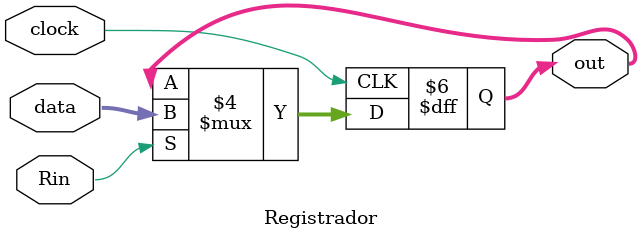
<source format=v>
module Registrador(clock,Rin,out,data);
	input clock, Rin;
	input [15:0] data;
	output reg [15:0] out;
	
	initial begin
		out = 16'b0;
	end
	
	always@(posedge clock) begin 
		if(Rin) begin
			out = data;
		end
	end
endmodule
</source>
